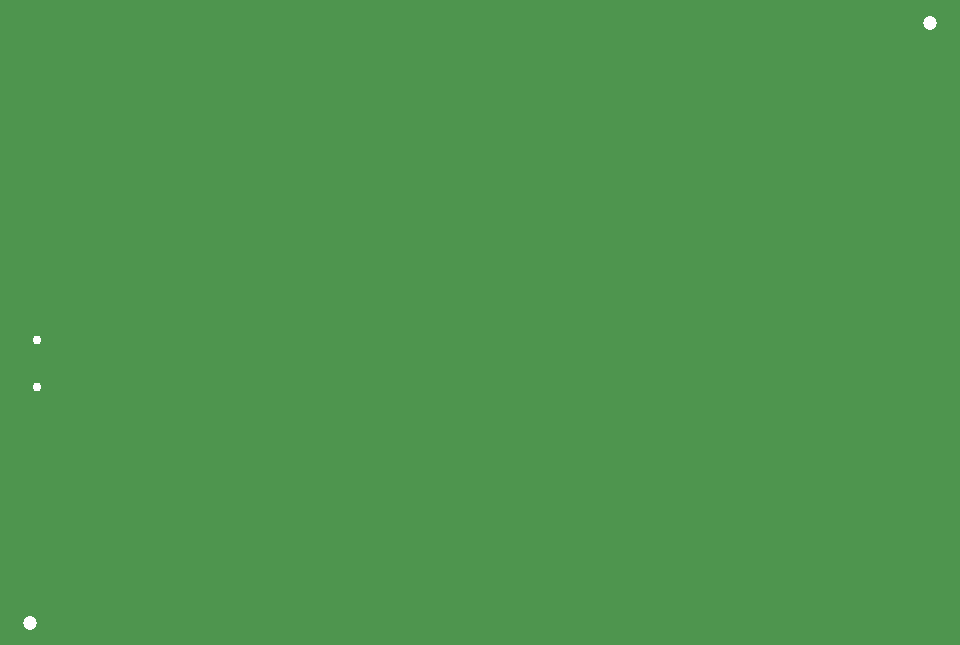
<source format=gbs>
G04 EAGLE Gerber RS-274X export*
G75*
%MOMM*%
%FSLAX34Y34*%
%LPD*%
%INSoldermask Bottom*%
%IPNEG*%
%AMOC8*
5,1,8,0,0,1.08239X$1,22.5*%
G01*
%ADD10C,1.203200*%
%ADD11C,0.753200*%


D10*
X797000Y543000D03*
X35000Y35000D03*
D11*
X40550Y274000D03*
X40550Y234000D03*
M02*

</source>
